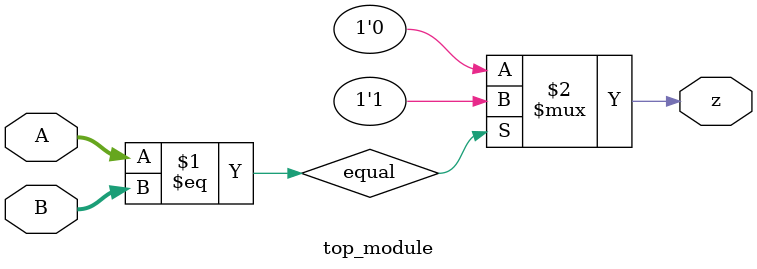
<source format=sv>
module top_module(
    input [1:0] A,
    input [1:0] B,
    output z);

    // Declare internal wire for comparison
    wire equal;

    // Compare A and B
    assign equal = (A == B);

    // Assign z based on the comparison result
    assign z = equal ? 1'b1 : 1'b0;

endmodule

</source>
